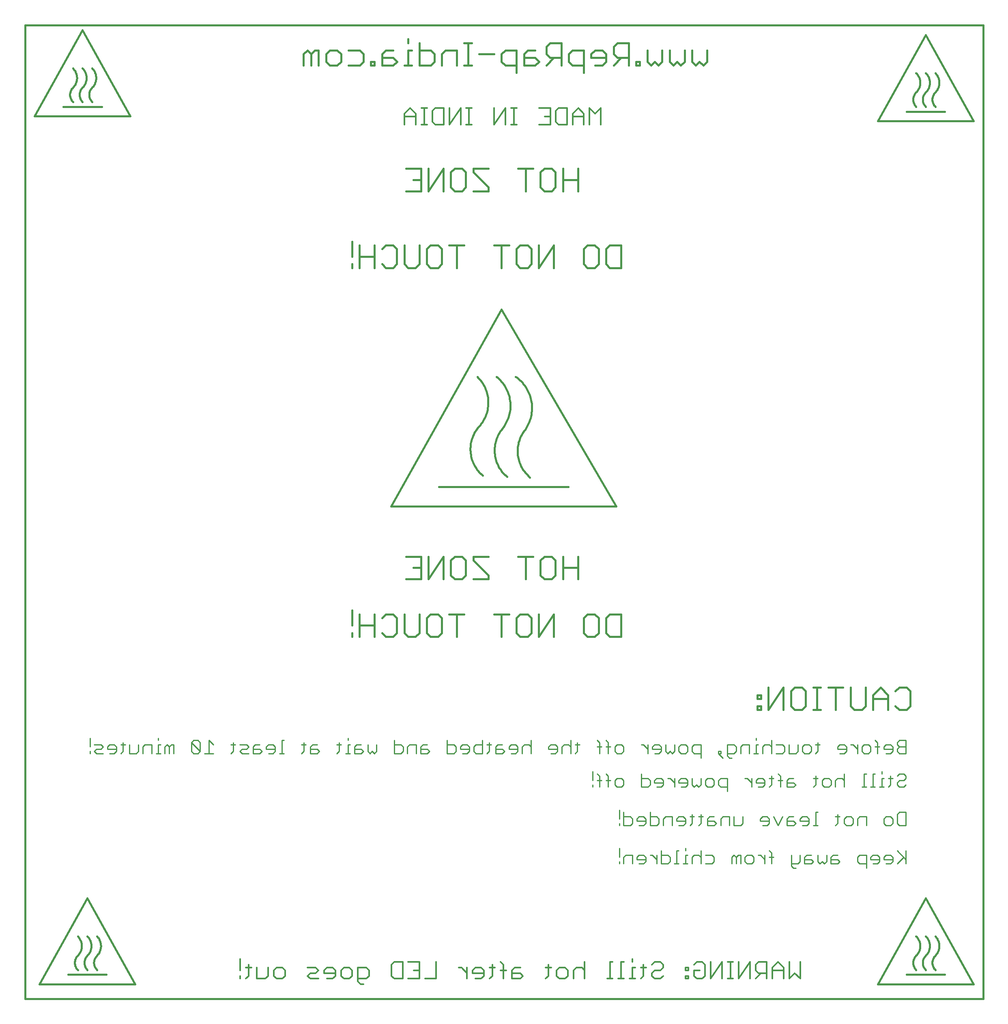
<source format=gbo>
G75*
G70*
%OFA0B0*%
%FSLAX24Y24*%
%IPPOS*%
%LPD*%
%AMOC8*
5,1,8,0,0,1.08239X$1,22.5*
%
%ADD10C,0.0160*%
%ADD11C,0.0120*%
%ADD12C,0.0090*%
D10*
X003618Y002942D02*
X003618Y082863D01*
X082358Y082863D01*
X082358Y002942D01*
X003618Y002942D01*
X004799Y004123D02*
X008736Y011209D01*
X012673Y004123D01*
X004799Y004123D01*
X007161Y004910D02*
X010311Y004910D01*
X009524Y005304D02*
X009485Y005345D01*
X009449Y005389D01*
X009416Y005436D01*
X009386Y005485D01*
X009360Y005535D01*
X009337Y005588D01*
X009318Y005641D01*
X009303Y005696D01*
X009291Y005752D01*
X009283Y005809D01*
X009279Y005865D01*
X009279Y005923D01*
X009283Y005979D01*
X009291Y006036D01*
X009303Y006092D01*
X009318Y006147D01*
X009337Y006200D01*
X009360Y006253D01*
X009386Y006303D01*
X009416Y006352D01*
X009449Y006399D01*
X009485Y006443D01*
X009524Y006484D01*
X008737Y006484D02*
X008698Y006443D01*
X008662Y006399D01*
X008629Y006352D01*
X008599Y006303D01*
X008573Y006253D01*
X008550Y006200D01*
X008531Y006147D01*
X008516Y006092D01*
X008504Y006036D01*
X008496Y005979D01*
X008492Y005923D01*
X008492Y005865D01*
X008496Y005809D01*
X008504Y005752D01*
X008516Y005696D01*
X008531Y005641D01*
X008550Y005588D01*
X008573Y005535D01*
X008599Y005485D01*
X008629Y005436D01*
X008662Y005389D01*
X008698Y005345D01*
X008737Y005304D01*
X007949Y005304D02*
X007910Y005345D01*
X007874Y005389D01*
X007841Y005436D01*
X007811Y005485D01*
X007785Y005535D01*
X007762Y005588D01*
X007743Y005641D01*
X007728Y005696D01*
X007716Y005752D01*
X007708Y005809D01*
X007704Y005865D01*
X007704Y005923D01*
X007708Y005979D01*
X007716Y006036D01*
X007728Y006092D01*
X007743Y006147D01*
X007762Y006200D01*
X007785Y006253D01*
X007811Y006303D01*
X007841Y006352D01*
X007874Y006399D01*
X007910Y006443D01*
X007949Y006484D01*
X008737Y006484D02*
X008781Y006531D01*
X008823Y006581D01*
X008862Y006633D01*
X008897Y006687D01*
X008930Y006743D01*
X008959Y006801D01*
X008984Y006861D01*
X009006Y006922D01*
X009025Y006984D01*
X009040Y007047D01*
X009051Y007111D01*
X009059Y007175D01*
X009063Y007240D01*
X009063Y007304D01*
X009059Y007369D01*
X009051Y007433D01*
X009040Y007497D01*
X009025Y007560D01*
X009006Y007622D01*
X008984Y007683D01*
X008959Y007743D01*
X008930Y007801D01*
X008897Y007857D01*
X008862Y007911D01*
X008823Y007963D01*
X008781Y008013D01*
X008737Y008060D01*
X009524Y008060D02*
X009568Y008013D01*
X009610Y007963D01*
X009649Y007911D01*
X009684Y007857D01*
X009717Y007801D01*
X009746Y007743D01*
X009771Y007683D01*
X009793Y007622D01*
X009812Y007560D01*
X009827Y007497D01*
X009838Y007433D01*
X009846Y007369D01*
X009850Y007304D01*
X009850Y007240D01*
X009846Y007175D01*
X009838Y007111D01*
X009827Y007047D01*
X009812Y006984D01*
X009793Y006922D01*
X009771Y006861D01*
X009746Y006801D01*
X009717Y006743D01*
X009684Y006687D01*
X009649Y006633D01*
X009610Y006581D01*
X009568Y006531D01*
X009524Y006484D01*
X007949Y006484D02*
X007993Y006531D01*
X008035Y006581D01*
X008074Y006633D01*
X008109Y006687D01*
X008142Y006743D01*
X008171Y006801D01*
X008196Y006861D01*
X008218Y006922D01*
X008237Y006984D01*
X008252Y007047D01*
X008263Y007111D01*
X008271Y007175D01*
X008275Y007240D01*
X008275Y007304D01*
X008271Y007369D01*
X008263Y007433D01*
X008252Y007497D01*
X008237Y007560D01*
X008218Y007622D01*
X008196Y007683D01*
X008171Y007743D01*
X008142Y007801D01*
X008109Y007857D01*
X008074Y007911D01*
X008035Y007963D01*
X007993Y008013D01*
X007949Y008060D01*
X030494Y032667D02*
X030494Y032974D01*
X030494Y033588D02*
X030494Y034816D01*
X031108Y034509D02*
X031108Y032667D01*
X031108Y033588D02*
X032336Y033588D01*
X032950Y032974D02*
X033257Y032667D01*
X033871Y032667D01*
X034178Y032974D01*
X034178Y034202D01*
X033871Y034509D01*
X033257Y034509D01*
X032950Y034202D01*
X032336Y034509D02*
X032336Y032667D01*
X034791Y032974D02*
X034791Y034509D01*
X036019Y034509D02*
X036019Y032974D01*
X035712Y032667D01*
X035098Y032667D01*
X034791Y032974D01*
X036633Y032974D02*
X036633Y034202D01*
X036940Y034509D01*
X037554Y034509D01*
X037861Y034202D01*
X037861Y032974D01*
X037554Y032667D01*
X036940Y032667D01*
X036633Y032974D01*
X038475Y034509D02*
X039702Y034509D01*
X039088Y034509D02*
X039088Y032667D01*
X042158Y034509D02*
X043385Y034509D01*
X042772Y034509D02*
X042772Y032667D01*
X043999Y032974D02*
X043999Y034202D01*
X044306Y034509D01*
X044920Y034509D01*
X045227Y034202D01*
X045227Y032974D01*
X044920Y032667D01*
X044306Y032667D01*
X043999Y032974D01*
X045841Y032667D02*
X045841Y034509D01*
X047069Y034509D02*
X045841Y032667D01*
X047069Y032667D02*
X047069Y034509D01*
X049524Y034202D02*
X049524Y032974D01*
X049831Y032667D01*
X050445Y032667D01*
X050752Y032974D01*
X050752Y034202D01*
X050445Y034509D01*
X049831Y034509D01*
X049524Y034202D01*
X051366Y034202D02*
X051366Y032974D01*
X051673Y032667D01*
X052593Y032667D01*
X052593Y034509D01*
X051673Y034509D01*
X051366Y034202D01*
X049050Y037392D02*
X049050Y039233D01*
X049050Y038313D02*
X047822Y038313D01*
X047208Y038926D02*
X046901Y039233D01*
X046288Y039233D01*
X045981Y038926D01*
X045981Y037699D01*
X046288Y037392D01*
X046901Y037392D01*
X047208Y037699D01*
X047208Y038926D01*
X047822Y039233D02*
X047822Y037392D01*
X045367Y039233D02*
X044139Y039233D01*
X044753Y039233D02*
X044753Y037392D01*
X041684Y037392D02*
X040456Y037392D01*
X039842Y037699D02*
X039535Y037392D01*
X038921Y037392D01*
X038614Y037699D01*
X038614Y038926D01*
X038921Y039233D01*
X039535Y039233D01*
X039842Y038926D01*
X039842Y037699D01*
X040456Y038926D02*
X041684Y037699D01*
X041684Y037392D01*
X041684Y039233D02*
X040456Y039233D01*
X040456Y038926D01*
X038001Y039233D02*
X038001Y037392D01*
X036773Y037392D02*
X036773Y039233D01*
X036159Y039233D02*
X036159Y037392D01*
X034931Y037392D01*
X035545Y038313D02*
X036159Y038313D01*
X036159Y039233D02*
X034931Y039233D01*
X036773Y037392D02*
X038001Y039233D01*
X033697Y043375D02*
X042752Y059517D01*
X052201Y043375D01*
X033697Y043375D01*
X037634Y044950D02*
X048264Y044950D01*
X045114Y045736D02*
X045013Y045823D01*
X044916Y045915D01*
X044824Y046011D01*
X044736Y046111D01*
X044654Y046215D01*
X044576Y046323D01*
X044503Y046435D01*
X044436Y046550D01*
X044375Y046668D01*
X044319Y046789D01*
X044269Y046912D01*
X044225Y047038D01*
X044187Y047166D01*
X044155Y047295D01*
X044129Y047426D01*
X044109Y047557D01*
X044096Y047690D01*
X044089Y047823D01*
X044089Y047956D01*
X044094Y048089D01*
X044106Y048222D01*
X044125Y048354D01*
X044149Y048485D01*
X044180Y048614D01*
X044217Y048742D01*
X044260Y048868D01*
X044309Y048992D01*
X044364Y049113D01*
X044424Y049232D01*
X044490Y049348D01*
X044562Y049460D01*
X044639Y049569D01*
X044720Y049674D01*
X042830Y049733D02*
X042749Y049628D01*
X042672Y049519D01*
X042600Y049407D01*
X042534Y049291D01*
X042474Y049172D01*
X042419Y049051D01*
X042370Y048927D01*
X042327Y048801D01*
X042290Y048673D01*
X042259Y048544D01*
X042235Y048413D01*
X042216Y048281D01*
X042204Y048148D01*
X042199Y048015D01*
X042199Y047882D01*
X042206Y047749D01*
X042219Y047616D01*
X042239Y047485D01*
X042265Y047354D01*
X042297Y047225D01*
X042335Y047097D01*
X042379Y046971D01*
X042429Y046848D01*
X042485Y046727D01*
X042546Y046609D01*
X042613Y046494D01*
X042686Y046382D01*
X042764Y046274D01*
X042846Y046170D01*
X042934Y046070D01*
X043026Y045974D01*
X043123Y045882D01*
X043224Y045795D01*
X041236Y045894D02*
X041135Y045981D01*
X041038Y046073D01*
X040946Y046169D01*
X040858Y046269D01*
X040776Y046373D01*
X040698Y046481D01*
X040625Y046593D01*
X040558Y046708D01*
X040497Y046826D01*
X040441Y046947D01*
X040391Y047070D01*
X040347Y047196D01*
X040309Y047324D01*
X040277Y047453D01*
X040251Y047584D01*
X040231Y047715D01*
X040218Y047848D01*
X040211Y047981D01*
X040211Y048114D01*
X040216Y048247D01*
X040228Y048380D01*
X040247Y048512D01*
X040271Y048643D01*
X040302Y048772D01*
X040339Y048900D01*
X040382Y049026D01*
X040431Y049150D01*
X040486Y049271D01*
X040546Y049390D01*
X040612Y049506D01*
X040684Y049618D01*
X040761Y049727D01*
X040842Y049832D01*
X042831Y049733D02*
X042919Y049848D01*
X043001Y049967D01*
X043077Y050090D01*
X043148Y050217D01*
X043212Y050346D01*
X043270Y050479D01*
X043322Y050614D01*
X043367Y050751D01*
X043406Y050890D01*
X043438Y051031D01*
X043463Y051174D01*
X043482Y051317D01*
X043493Y051462D01*
X043498Y051606D01*
X043496Y051751D01*
X043487Y051895D01*
X043471Y052039D01*
X043448Y052182D01*
X043419Y052323D01*
X043382Y052463D01*
X043340Y052602D01*
X043290Y052737D01*
X043234Y052871D01*
X043172Y053002D01*
X043104Y053129D01*
X043030Y053253D01*
X042950Y053374D01*
X042864Y053490D01*
X042773Y053603D01*
X042677Y053711D01*
X042576Y053814D01*
X042469Y053912D01*
X042359Y054005D01*
X043932Y054005D02*
X044052Y053917D01*
X044168Y053825D01*
X044278Y053727D01*
X044385Y053623D01*
X044486Y053515D01*
X044581Y053402D01*
X044672Y053285D01*
X044756Y053163D01*
X044835Y053038D01*
X044908Y052909D01*
X044974Y052776D01*
X045034Y052641D01*
X045088Y052503D01*
X045135Y052362D01*
X045175Y052220D01*
X045209Y052075D01*
X045235Y051930D01*
X045255Y051783D01*
X045267Y051635D01*
X045273Y051487D01*
X045271Y051339D01*
X045263Y051191D01*
X045247Y051044D01*
X045224Y050898D01*
X045195Y050752D01*
X045158Y050609D01*
X045115Y050467D01*
X045065Y050328D01*
X045009Y050191D01*
X044946Y050057D01*
X044876Y049926D01*
X044801Y049798D01*
X044720Y049675D01*
X040842Y049832D02*
X040937Y049935D01*
X041028Y050043D01*
X041113Y050154D01*
X041193Y050270D01*
X041267Y050389D01*
X041336Y050512D01*
X041398Y050637D01*
X041455Y050766D01*
X041505Y050897D01*
X041549Y051030D01*
X041587Y051166D01*
X041618Y051303D01*
X041643Y051441D01*
X041661Y051580D01*
X041672Y051720D01*
X041677Y051861D01*
X041675Y052001D01*
X041666Y052141D01*
X041651Y052281D01*
X041629Y052419D01*
X041600Y052557D01*
X041565Y052693D01*
X041524Y052827D01*
X041476Y052959D01*
X041422Y053089D01*
X041362Y053216D01*
X041296Y053340D01*
X041224Y053460D01*
X041146Y053577D01*
X041063Y053691D01*
X040975Y053800D01*
X040881Y053905D01*
X040783Y054005D01*
X039088Y062943D02*
X039088Y064785D01*
X038475Y064785D02*
X039702Y064785D01*
X037861Y064478D02*
X037861Y063250D01*
X037554Y062943D01*
X036940Y062943D01*
X036633Y063250D01*
X036633Y064478D01*
X036940Y064785D01*
X037554Y064785D01*
X037861Y064478D01*
X036019Y064785D02*
X036019Y063250D01*
X035712Y062943D01*
X035098Y062943D01*
X034791Y063250D01*
X034791Y064785D01*
X034178Y064478D02*
X034178Y063250D01*
X033871Y062943D01*
X033257Y062943D01*
X032950Y063250D01*
X032336Y062943D02*
X032336Y064785D01*
X032950Y064478D02*
X033257Y064785D01*
X033871Y064785D01*
X034178Y064478D01*
X032336Y063864D02*
X031108Y063864D01*
X030494Y063864D02*
X030494Y065091D01*
X031108Y064785D02*
X031108Y062943D01*
X030494Y062943D02*
X030494Y063250D01*
X034931Y069242D02*
X036159Y069242D01*
X036159Y071084D01*
X034931Y071084D01*
X035545Y070163D02*
X036159Y070163D01*
X036773Y069242D02*
X036773Y071084D01*
X038001Y071084D02*
X036773Y069242D01*
X038001Y069242D02*
X038001Y071084D01*
X038614Y070777D02*
X038614Y069549D01*
X038921Y069242D01*
X039535Y069242D01*
X039842Y069549D01*
X039842Y070777D01*
X039535Y071084D01*
X038921Y071084D01*
X038614Y070777D01*
X040456Y070777D02*
X041684Y069549D01*
X041684Y069242D01*
X040456Y069242D01*
X040456Y070777D02*
X040456Y071084D01*
X041684Y071084D01*
X044139Y071084D02*
X045367Y071084D01*
X044753Y071084D02*
X044753Y069242D01*
X045981Y069549D02*
X045981Y070777D01*
X046288Y071084D01*
X046901Y071084D01*
X047208Y070777D01*
X047208Y069549D01*
X046901Y069242D01*
X046288Y069242D01*
X045981Y069549D01*
X047822Y069242D02*
X047822Y071084D01*
X047822Y070163D02*
X049050Y070163D01*
X049050Y069242D02*
X049050Y071084D01*
X049831Y064785D02*
X049524Y064478D01*
X049524Y063250D01*
X049831Y062943D01*
X050445Y062943D01*
X050752Y063250D01*
X050752Y064478D01*
X050445Y064785D01*
X049831Y064785D01*
X051366Y064478D02*
X051673Y064785D01*
X052593Y064785D01*
X052593Y062943D01*
X051673Y062943D01*
X051366Y063250D01*
X051366Y064478D01*
X047069Y064785D02*
X047069Y062943D01*
X045841Y062943D02*
X045841Y064785D01*
X045227Y064478D02*
X045227Y063250D01*
X044920Y062943D01*
X044306Y062943D01*
X043999Y063250D01*
X043999Y064478D01*
X044306Y064785D01*
X044920Y064785D01*
X045227Y064478D01*
X045841Y062943D02*
X047069Y064785D01*
X043385Y064785D02*
X042158Y064785D01*
X042772Y064785D02*
X042772Y062943D01*
X044008Y078949D02*
X044008Y080791D01*
X043088Y080791D01*
X042781Y080484D01*
X042781Y079870D01*
X043088Y079563D01*
X044008Y079563D01*
X044622Y079563D02*
X044622Y080484D01*
X044929Y080791D01*
X045543Y080791D01*
X045543Y080177D02*
X044622Y080177D01*
X044622Y079563D02*
X045543Y079563D01*
X045850Y079870D01*
X045543Y080177D01*
X046464Y080484D02*
X046464Y081098D01*
X046771Y081404D01*
X047692Y081404D01*
X047692Y079563D01*
X047692Y080177D02*
X046771Y080177D01*
X046464Y080484D01*
X047078Y080177D02*
X046464Y079563D01*
X048305Y079870D02*
X048612Y079563D01*
X049533Y079563D01*
X049533Y078949D02*
X049533Y080791D01*
X048612Y080791D01*
X048305Y080484D01*
X048305Y079870D01*
X050147Y080177D02*
X051375Y080177D01*
X051375Y080484D02*
X051068Y080791D01*
X050454Y080791D01*
X050147Y080484D01*
X050147Y080177D01*
X050454Y079563D02*
X051068Y079563D01*
X051375Y079870D01*
X051375Y080484D01*
X051989Y080484D02*
X051989Y081098D01*
X052295Y081404D01*
X053216Y081404D01*
X053216Y079563D01*
X053216Y080177D02*
X052295Y080177D01*
X051989Y080484D01*
X052602Y080177D02*
X051989Y079563D01*
X053830Y079563D02*
X054137Y079563D01*
X054137Y079870D01*
X053830Y079870D01*
X053830Y079563D01*
X054751Y079870D02*
X054751Y080791D01*
X054751Y079870D02*
X055058Y079563D01*
X055365Y079870D01*
X055672Y079563D01*
X055979Y079870D01*
X055979Y080791D01*
X056592Y080791D02*
X056592Y079870D01*
X056899Y079563D01*
X057206Y079870D01*
X057513Y079563D01*
X057820Y079870D01*
X057820Y080791D01*
X058434Y080791D02*
X058434Y079870D01*
X058741Y079563D01*
X059048Y079870D01*
X059355Y079563D01*
X059662Y079870D01*
X059662Y080791D01*
X073697Y074989D02*
X077634Y082076D01*
X081571Y074989D01*
X073697Y074989D01*
X076059Y075776D02*
X079209Y075776D01*
X078422Y076171D02*
X078383Y076212D01*
X078347Y076256D01*
X078314Y076303D01*
X078284Y076352D01*
X078258Y076402D01*
X078235Y076455D01*
X078216Y076508D01*
X078201Y076563D01*
X078189Y076619D01*
X078181Y076676D01*
X078177Y076732D01*
X078177Y076790D01*
X078181Y076846D01*
X078189Y076903D01*
X078201Y076959D01*
X078216Y077014D01*
X078235Y077067D01*
X078258Y077120D01*
X078284Y077170D01*
X078314Y077219D01*
X078347Y077266D01*
X078383Y077310D01*
X078422Y077351D01*
X077634Y077351D02*
X077595Y077310D01*
X077559Y077266D01*
X077526Y077219D01*
X077496Y077170D01*
X077470Y077120D01*
X077447Y077067D01*
X077428Y077014D01*
X077413Y076959D01*
X077401Y076903D01*
X077393Y076846D01*
X077389Y076790D01*
X077389Y076732D01*
X077393Y076676D01*
X077401Y076619D01*
X077413Y076563D01*
X077428Y076508D01*
X077447Y076455D01*
X077470Y076402D01*
X077496Y076352D01*
X077526Y076303D01*
X077559Y076256D01*
X077595Y076212D01*
X077634Y076171D01*
X076847Y076171D02*
X076808Y076212D01*
X076772Y076256D01*
X076739Y076303D01*
X076709Y076352D01*
X076683Y076402D01*
X076660Y076455D01*
X076641Y076508D01*
X076626Y076563D01*
X076614Y076619D01*
X076606Y076676D01*
X076602Y076732D01*
X076602Y076790D01*
X076606Y076846D01*
X076614Y076903D01*
X076626Y076959D01*
X076641Y077014D01*
X076660Y077067D01*
X076683Y077120D01*
X076709Y077170D01*
X076739Y077219D01*
X076772Y077266D01*
X076808Y077310D01*
X076847Y077351D01*
X077635Y077351D02*
X077679Y077398D01*
X077721Y077448D01*
X077760Y077500D01*
X077795Y077554D01*
X077828Y077610D01*
X077857Y077668D01*
X077882Y077728D01*
X077904Y077789D01*
X077923Y077851D01*
X077938Y077914D01*
X077949Y077978D01*
X077957Y078042D01*
X077961Y078107D01*
X077961Y078171D01*
X077957Y078236D01*
X077949Y078300D01*
X077938Y078364D01*
X077923Y078427D01*
X077904Y078489D01*
X077882Y078550D01*
X077857Y078610D01*
X077828Y078668D01*
X077795Y078724D01*
X077760Y078778D01*
X077721Y078830D01*
X077679Y078880D01*
X077635Y078927D01*
X078422Y078927D02*
X078466Y078880D01*
X078508Y078830D01*
X078547Y078778D01*
X078582Y078724D01*
X078615Y078668D01*
X078644Y078610D01*
X078669Y078550D01*
X078691Y078489D01*
X078710Y078427D01*
X078725Y078364D01*
X078736Y078300D01*
X078744Y078236D01*
X078748Y078171D01*
X078748Y078107D01*
X078744Y078042D01*
X078736Y077978D01*
X078725Y077914D01*
X078710Y077851D01*
X078691Y077789D01*
X078669Y077728D01*
X078644Y077668D01*
X078615Y077610D01*
X078582Y077554D01*
X078547Y077500D01*
X078508Y077448D01*
X078466Y077398D01*
X078422Y077351D01*
X076847Y077351D02*
X076891Y077398D01*
X076933Y077448D01*
X076972Y077500D01*
X077007Y077554D01*
X077040Y077610D01*
X077069Y077668D01*
X077094Y077728D01*
X077116Y077789D01*
X077135Y077851D01*
X077150Y077914D01*
X077161Y077978D01*
X077169Y078042D01*
X077173Y078107D01*
X077173Y078171D01*
X077169Y078236D01*
X077161Y078300D01*
X077150Y078364D01*
X077135Y078427D01*
X077116Y078489D01*
X077094Y078550D01*
X077069Y078610D01*
X077040Y078668D01*
X077007Y078724D01*
X076972Y078778D01*
X076933Y078830D01*
X076891Y078880D01*
X076847Y078927D01*
X042167Y080484D02*
X040939Y080484D01*
X040325Y081404D02*
X039711Y081404D01*
X040018Y081404D02*
X040018Y079563D01*
X040325Y079563D02*
X039711Y079563D01*
X039098Y079563D02*
X039098Y080791D01*
X038177Y080791D01*
X037870Y080484D01*
X037870Y079563D01*
X037256Y079870D02*
X037256Y080484D01*
X036949Y080791D01*
X036028Y080791D01*
X036028Y081404D02*
X036028Y079563D01*
X036949Y079563D01*
X037256Y079870D01*
X035414Y079563D02*
X034801Y079563D01*
X035107Y079563D02*
X035107Y080791D01*
X035414Y080791D01*
X035107Y081404D02*
X035107Y081711D01*
X033880Y080791D02*
X033266Y080791D01*
X032959Y080484D01*
X032959Y079563D01*
X033880Y079563D01*
X034187Y079870D01*
X033880Y080177D01*
X032959Y080177D01*
X032345Y079870D02*
X032345Y079563D01*
X032038Y079563D01*
X032038Y079870D01*
X032345Y079870D01*
X031424Y079870D02*
X031117Y079563D01*
X030197Y079563D01*
X029583Y079870D02*
X029276Y079563D01*
X028662Y079563D01*
X028355Y079870D01*
X028355Y080484D01*
X028662Y080791D01*
X029276Y080791D01*
X029583Y080484D01*
X029583Y079870D01*
X030197Y080791D02*
X031117Y080791D01*
X031424Y080484D01*
X031424Y079870D01*
X027741Y079563D02*
X027741Y080791D01*
X027434Y080791D01*
X027127Y080484D01*
X026820Y080791D01*
X026513Y080484D01*
X026513Y079563D01*
X027127Y079563D02*
X027127Y080484D01*
X012280Y075383D02*
X008343Y082469D01*
X004406Y075383D01*
X012280Y075383D01*
X009917Y076170D02*
X006768Y076170D01*
X007556Y076564D02*
X007517Y076605D01*
X007481Y076649D01*
X007448Y076696D01*
X007418Y076745D01*
X007392Y076795D01*
X007369Y076848D01*
X007350Y076901D01*
X007335Y076956D01*
X007323Y077012D01*
X007315Y077069D01*
X007311Y077125D01*
X007311Y077183D01*
X007315Y077239D01*
X007323Y077296D01*
X007335Y077352D01*
X007350Y077407D01*
X007369Y077460D01*
X007392Y077513D01*
X007418Y077563D01*
X007448Y077612D01*
X007481Y077659D01*
X007517Y077703D01*
X007556Y077744D01*
X008343Y077744D02*
X008387Y077791D01*
X008429Y077841D01*
X008468Y077893D01*
X008503Y077947D01*
X008536Y078003D01*
X008565Y078061D01*
X008590Y078121D01*
X008612Y078182D01*
X008631Y078244D01*
X008646Y078307D01*
X008657Y078371D01*
X008665Y078435D01*
X008669Y078500D01*
X008669Y078564D01*
X008665Y078629D01*
X008657Y078693D01*
X008646Y078757D01*
X008631Y078820D01*
X008612Y078882D01*
X008590Y078943D01*
X008565Y079003D01*
X008536Y079061D01*
X008503Y079117D01*
X008468Y079171D01*
X008429Y079223D01*
X008387Y079273D01*
X008343Y079320D01*
X009131Y079320D02*
X009175Y079273D01*
X009217Y079223D01*
X009256Y079171D01*
X009291Y079117D01*
X009324Y079061D01*
X009353Y079003D01*
X009378Y078943D01*
X009400Y078882D01*
X009419Y078820D01*
X009434Y078757D01*
X009445Y078693D01*
X009453Y078629D01*
X009457Y078564D01*
X009457Y078500D01*
X009453Y078435D01*
X009445Y078371D01*
X009434Y078307D01*
X009419Y078244D01*
X009400Y078182D01*
X009378Y078121D01*
X009353Y078061D01*
X009324Y078003D01*
X009291Y077947D01*
X009256Y077893D01*
X009217Y077841D01*
X009175Y077791D01*
X009131Y077744D01*
X008343Y077744D02*
X008304Y077703D01*
X008268Y077659D01*
X008235Y077612D01*
X008205Y077563D01*
X008179Y077513D01*
X008156Y077460D01*
X008137Y077407D01*
X008122Y077352D01*
X008110Y077296D01*
X008102Y077239D01*
X008098Y077183D01*
X008098Y077125D01*
X008102Y077069D01*
X008110Y077012D01*
X008122Y076956D01*
X008137Y076901D01*
X008156Y076848D01*
X008179Y076795D01*
X008205Y076745D01*
X008235Y076696D01*
X008268Y076649D01*
X008304Y076605D01*
X008343Y076564D01*
X009131Y076564D02*
X009092Y076605D01*
X009056Y076649D01*
X009023Y076696D01*
X008993Y076745D01*
X008967Y076795D01*
X008944Y076848D01*
X008925Y076901D01*
X008910Y076956D01*
X008898Y077012D01*
X008890Y077069D01*
X008886Y077125D01*
X008886Y077183D01*
X008890Y077239D01*
X008898Y077296D01*
X008910Y077352D01*
X008925Y077407D01*
X008944Y077460D01*
X008967Y077513D01*
X008993Y077563D01*
X009023Y077612D01*
X009056Y077659D01*
X009092Y077703D01*
X009131Y077744D01*
X007556Y077744D02*
X007600Y077791D01*
X007642Y077841D01*
X007681Y077893D01*
X007716Y077947D01*
X007749Y078003D01*
X007778Y078061D01*
X007803Y078121D01*
X007825Y078182D01*
X007844Y078244D01*
X007859Y078307D01*
X007870Y078371D01*
X007878Y078435D01*
X007882Y078500D01*
X007882Y078564D01*
X007878Y078629D01*
X007870Y078693D01*
X007859Y078757D01*
X007844Y078820D01*
X007825Y078882D01*
X007803Y078943D01*
X007778Y079003D01*
X007749Y079061D01*
X007716Y079117D01*
X007681Y079171D01*
X007642Y079223D01*
X007600Y079273D01*
X007556Y079320D01*
X063789Y027871D02*
X063789Y027565D01*
X064096Y027565D01*
X064096Y027871D01*
X063789Y027871D01*
X063789Y026951D02*
X063789Y026644D01*
X064096Y026644D01*
X064096Y026951D01*
X063789Y026951D01*
X064710Y026644D02*
X064710Y028485D01*
X065937Y028485D02*
X064710Y026644D01*
X065937Y026644D02*
X065937Y028485D01*
X066551Y028178D02*
X066858Y028485D01*
X067472Y028485D01*
X067779Y028178D01*
X067779Y026951D01*
X067472Y026644D01*
X066858Y026644D01*
X066551Y026951D01*
X066551Y028178D01*
X068393Y028485D02*
X069007Y028485D01*
X068700Y028485D02*
X068700Y026644D01*
X069007Y026644D02*
X068393Y026644D01*
X070234Y026644D02*
X070234Y028485D01*
X070848Y028485D02*
X069620Y028485D01*
X071462Y028485D02*
X071462Y026951D01*
X071769Y026644D01*
X072383Y026644D01*
X072690Y026951D01*
X072690Y028485D01*
X073304Y027871D02*
X073304Y026644D01*
X073304Y027565D02*
X074531Y027565D01*
X074531Y027871D02*
X073917Y028485D01*
X073304Y027871D01*
X074531Y027871D02*
X074531Y026644D01*
X075145Y026951D02*
X075452Y026644D01*
X076066Y026644D01*
X076373Y026951D01*
X076373Y028178D01*
X076066Y028485D01*
X075452Y028485D01*
X075145Y028178D01*
X077634Y011209D02*
X073697Y004123D01*
X081571Y004123D01*
X077634Y011209D01*
X078422Y008060D02*
X078466Y008013D01*
X078508Y007963D01*
X078547Y007911D01*
X078582Y007857D01*
X078615Y007801D01*
X078644Y007743D01*
X078669Y007683D01*
X078691Y007622D01*
X078710Y007560D01*
X078725Y007497D01*
X078736Y007433D01*
X078744Y007369D01*
X078748Y007304D01*
X078748Y007240D01*
X078744Y007175D01*
X078736Y007111D01*
X078725Y007047D01*
X078710Y006984D01*
X078691Y006922D01*
X078669Y006861D01*
X078644Y006801D01*
X078615Y006743D01*
X078582Y006687D01*
X078547Y006633D01*
X078508Y006581D01*
X078466Y006531D01*
X078422Y006484D01*
X077634Y006484D02*
X077595Y006443D01*
X077559Y006399D01*
X077526Y006352D01*
X077496Y006303D01*
X077470Y006253D01*
X077447Y006200D01*
X077428Y006147D01*
X077413Y006092D01*
X077401Y006036D01*
X077393Y005979D01*
X077389Y005923D01*
X077389Y005865D01*
X077393Y005809D01*
X077401Y005752D01*
X077413Y005696D01*
X077428Y005641D01*
X077447Y005588D01*
X077470Y005535D01*
X077496Y005485D01*
X077526Y005436D01*
X077559Y005389D01*
X077595Y005345D01*
X077634Y005304D01*
X076847Y005304D02*
X076808Y005345D01*
X076772Y005389D01*
X076739Y005436D01*
X076709Y005485D01*
X076683Y005535D01*
X076660Y005588D01*
X076641Y005641D01*
X076626Y005696D01*
X076614Y005752D01*
X076606Y005809D01*
X076602Y005865D01*
X076602Y005923D01*
X076606Y005979D01*
X076614Y006036D01*
X076626Y006092D01*
X076641Y006147D01*
X076660Y006200D01*
X076683Y006253D01*
X076709Y006303D01*
X076739Y006352D01*
X076772Y006399D01*
X076808Y006443D01*
X076847Y006484D01*
X077635Y006484D02*
X077679Y006531D01*
X077721Y006581D01*
X077760Y006633D01*
X077795Y006687D01*
X077828Y006743D01*
X077857Y006801D01*
X077882Y006861D01*
X077904Y006922D01*
X077923Y006984D01*
X077938Y007047D01*
X077949Y007111D01*
X077957Y007175D01*
X077961Y007240D01*
X077961Y007304D01*
X077957Y007369D01*
X077949Y007433D01*
X077938Y007497D01*
X077923Y007560D01*
X077904Y007622D01*
X077882Y007683D01*
X077857Y007743D01*
X077828Y007801D01*
X077795Y007857D01*
X077760Y007911D01*
X077721Y007963D01*
X077679Y008013D01*
X077635Y008060D01*
X076847Y008060D02*
X076891Y008013D01*
X076933Y007963D01*
X076972Y007911D01*
X077007Y007857D01*
X077040Y007801D01*
X077069Y007743D01*
X077094Y007683D01*
X077116Y007622D01*
X077135Y007560D01*
X077150Y007497D01*
X077161Y007433D01*
X077169Y007369D01*
X077173Y007304D01*
X077173Y007240D01*
X077169Y007175D01*
X077161Y007111D01*
X077150Y007047D01*
X077135Y006984D01*
X077116Y006922D01*
X077094Y006861D01*
X077069Y006801D01*
X077040Y006743D01*
X077007Y006687D01*
X076972Y006633D01*
X076933Y006581D01*
X076891Y006531D01*
X076847Y006484D01*
X076059Y004910D02*
X079209Y004910D01*
X078422Y005304D02*
X078383Y005345D01*
X078347Y005389D01*
X078314Y005436D01*
X078284Y005485D01*
X078258Y005535D01*
X078235Y005588D01*
X078216Y005641D01*
X078201Y005696D01*
X078189Y005752D01*
X078181Y005809D01*
X078177Y005865D01*
X078177Y005923D01*
X078181Y005979D01*
X078189Y006036D01*
X078201Y006092D01*
X078216Y006147D01*
X078235Y006200D01*
X078258Y006253D01*
X078284Y006303D01*
X078314Y006352D01*
X078347Y006399D01*
X078383Y006443D01*
X078422Y006484D01*
D11*
X067338Y005958D02*
X067338Y004577D01*
X066877Y005037D01*
X066417Y004577D01*
X066417Y005958D01*
X065957Y005497D02*
X065957Y004577D01*
X065957Y005267D02*
X065036Y005267D01*
X065036Y005497D02*
X065036Y004577D01*
X064575Y004577D02*
X064575Y005958D01*
X063885Y005958D01*
X063655Y005728D01*
X063655Y005267D01*
X063885Y005037D01*
X064575Y005037D01*
X064115Y005037D02*
X063655Y004577D01*
X063194Y004577D02*
X063194Y005958D01*
X062273Y004577D01*
X062273Y005958D01*
X061813Y005958D02*
X061353Y005958D01*
X061583Y005958D02*
X061583Y004577D01*
X061813Y004577D02*
X061353Y004577D01*
X060892Y004577D02*
X060892Y005958D01*
X059971Y004577D01*
X059971Y005958D01*
X059511Y005728D02*
X059511Y004807D01*
X059281Y004577D01*
X058820Y004577D01*
X058590Y004807D01*
X058590Y005267D01*
X059051Y005267D01*
X059511Y005728D02*
X059281Y005958D01*
X058820Y005958D01*
X058590Y005728D01*
X058130Y005497D02*
X058130Y005267D01*
X057900Y005267D01*
X057900Y005497D01*
X058130Y005497D01*
X058130Y004807D02*
X058130Y004577D01*
X057900Y004577D01*
X057900Y004807D01*
X058130Y004807D01*
X056058Y004807D02*
X055828Y004577D01*
X055367Y004577D01*
X055137Y004807D01*
X055137Y005037D01*
X055367Y005267D01*
X055828Y005267D01*
X056058Y005497D01*
X056058Y005728D01*
X055828Y005958D01*
X055367Y005958D01*
X055137Y005728D01*
X054677Y005497D02*
X054217Y005497D01*
X054447Y005728D02*
X054447Y004807D01*
X054217Y004577D01*
X053756Y004577D02*
X053296Y004577D01*
X053526Y004577D02*
X053526Y005497D01*
X053756Y005497D01*
X053526Y005958D02*
X053526Y006188D01*
X052835Y005958D02*
X052605Y005958D01*
X052605Y004577D01*
X052835Y004577D02*
X052375Y004577D01*
X051915Y004577D02*
X051454Y004577D01*
X051684Y004577D02*
X051684Y005958D01*
X051915Y005958D01*
X049613Y005958D02*
X049613Y004577D01*
X049613Y005267D02*
X049382Y005497D01*
X048922Y005497D01*
X048692Y005267D01*
X048692Y004577D01*
X048231Y004807D02*
X048001Y004577D01*
X047541Y004577D01*
X047311Y004807D01*
X047311Y005267D01*
X047541Y005497D01*
X048001Y005497D01*
X048231Y005267D01*
X048231Y004807D01*
X046850Y005497D02*
X046390Y005497D01*
X046620Y005728D02*
X046620Y004807D01*
X046390Y004577D01*
X044548Y004807D02*
X044318Y005037D01*
X043627Y005037D01*
X043627Y005267D02*
X043627Y004577D01*
X044318Y004577D01*
X044548Y004807D01*
X044318Y005497D02*
X043858Y005497D01*
X043627Y005267D01*
X043167Y005267D02*
X042707Y005267D01*
X042937Y005728D02*
X042707Y005958D01*
X042937Y005728D02*
X042937Y004577D01*
X042016Y004807D02*
X042016Y005728D01*
X042246Y005497D02*
X041786Y005497D01*
X041325Y005267D02*
X041095Y005497D01*
X040635Y005497D01*
X040405Y005267D01*
X040405Y005037D01*
X041325Y005037D01*
X041325Y004807D02*
X041325Y005267D01*
X041325Y004807D02*
X041095Y004577D01*
X040635Y004577D01*
X039944Y004577D02*
X039944Y005497D01*
X039484Y005497D02*
X039254Y005497D01*
X039484Y005497D02*
X039944Y005037D01*
X041786Y004577D02*
X042016Y004807D01*
X037412Y004577D02*
X036491Y004577D01*
X036031Y004577D02*
X035110Y004577D01*
X034650Y004577D02*
X033959Y004577D01*
X033729Y004807D01*
X033729Y005728D01*
X033959Y005958D01*
X034650Y005958D01*
X034650Y004577D01*
X035571Y005267D02*
X036031Y005267D01*
X036031Y004577D02*
X036031Y005958D01*
X035110Y005958D01*
X037412Y005958D02*
X037412Y004577D01*
X031887Y004807D02*
X031657Y004577D01*
X030967Y004577D01*
X030967Y004346D02*
X030967Y005497D01*
X031657Y005497D01*
X031887Y005267D01*
X031887Y004807D01*
X031427Y004116D02*
X031197Y004116D01*
X030967Y004346D01*
X030506Y004807D02*
X030506Y005267D01*
X030276Y005497D01*
X029816Y005497D01*
X029585Y005267D01*
X029585Y004807D01*
X029816Y004577D01*
X030276Y004577D01*
X030506Y004807D01*
X029125Y004807D02*
X029125Y005267D01*
X028895Y005497D01*
X028434Y005497D01*
X028204Y005267D01*
X028204Y005037D01*
X029125Y005037D01*
X029125Y004807D02*
X028895Y004577D01*
X028434Y004577D01*
X027744Y004577D02*
X027053Y004577D01*
X026823Y004807D01*
X027053Y005037D01*
X027514Y005037D01*
X027744Y005267D01*
X027514Y005497D01*
X026823Y005497D01*
X024982Y005267D02*
X024982Y004807D01*
X024751Y004577D01*
X024291Y004577D01*
X024061Y004807D01*
X024061Y005267D01*
X024291Y005497D01*
X024751Y005497D01*
X024982Y005267D01*
X023600Y005497D02*
X023600Y004807D01*
X023370Y004577D01*
X022680Y004577D01*
X022680Y005497D01*
X022219Y005497D02*
X021759Y005497D01*
X021989Y005728D02*
X021989Y004807D01*
X021759Y004577D01*
X021298Y004577D02*
X021298Y004807D01*
X021298Y005267D02*
X021298Y006188D01*
X065036Y005497D02*
X065496Y005958D01*
X065957Y005497D01*
X050926Y074681D02*
X050926Y076062D01*
X050465Y075601D01*
X050005Y076062D01*
X050005Y074681D01*
X049545Y074681D02*
X049545Y075601D01*
X049084Y076062D01*
X048624Y075601D01*
X048624Y074681D01*
X048164Y074681D02*
X047473Y074681D01*
X047243Y074911D01*
X047243Y075832D01*
X047473Y076062D01*
X048164Y076062D01*
X048164Y074681D01*
X048624Y075371D02*
X049545Y075371D01*
X046782Y075371D02*
X046322Y075371D01*
X046782Y074681D02*
X045862Y074681D01*
X046782Y074681D02*
X046782Y076062D01*
X045862Y076062D01*
X044020Y076062D02*
X043560Y076062D01*
X043790Y076062D02*
X043790Y074681D01*
X044020Y074681D02*
X043560Y074681D01*
X043099Y074681D02*
X043099Y076062D01*
X042178Y074681D01*
X042178Y076062D01*
X040337Y076062D02*
X039876Y076062D01*
X040107Y076062D02*
X040107Y074681D01*
X040337Y074681D02*
X039876Y074681D01*
X039416Y074681D02*
X039416Y076062D01*
X038495Y074681D01*
X038495Y076062D01*
X038035Y076062D02*
X037344Y076062D01*
X037114Y075832D01*
X037114Y074911D01*
X037344Y074681D01*
X038035Y074681D01*
X038035Y076062D01*
X036654Y076062D02*
X036193Y076062D01*
X036423Y076062D02*
X036423Y074681D01*
X036193Y074681D02*
X036654Y074681D01*
X035733Y074681D02*
X035733Y075601D01*
X035272Y076062D01*
X034812Y075601D01*
X034812Y074681D01*
X034812Y075371D02*
X035733Y075371D01*
D12*
X033959Y024158D02*
X033959Y023065D01*
X034505Y023065D01*
X034688Y023247D01*
X034688Y023611D01*
X034505Y023793D01*
X033959Y023793D01*
X035047Y023611D02*
X035047Y023065D01*
X035047Y023611D02*
X035229Y023793D01*
X035775Y023793D01*
X035775Y023065D01*
X036135Y023065D02*
X036135Y023611D01*
X036317Y023793D01*
X036681Y023793D01*
X036681Y023429D02*
X036135Y023429D01*
X036135Y023065D02*
X036681Y023065D01*
X036863Y023247D01*
X036681Y023429D01*
X038310Y023065D02*
X038856Y023065D01*
X039038Y023247D01*
X039038Y023611D01*
X038856Y023793D01*
X038310Y023793D01*
X038310Y024158D02*
X038310Y023065D01*
X039397Y023429D02*
X040125Y023429D01*
X040125Y023247D02*
X040125Y023611D01*
X039943Y023793D01*
X039579Y023793D01*
X039397Y023611D01*
X039397Y023429D01*
X039579Y023065D02*
X039943Y023065D01*
X040125Y023247D01*
X040485Y023247D02*
X040667Y023065D01*
X041213Y023065D01*
X041213Y024158D01*
X041213Y023793D02*
X040667Y023793D01*
X040485Y023611D01*
X040485Y023247D01*
X041574Y023065D02*
X041756Y023247D01*
X041756Y023976D01*
X041938Y023793D02*
X041574Y023793D01*
X042297Y023611D02*
X042297Y023065D01*
X042843Y023065D01*
X043025Y023247D01*
X042843Y023429D01*
X042297Y023429D01*
X042297Y023611D02*
X042479Y023793D01*
X042843Y023793D01*
X043385Y023611D02*
X043385Y023429D01*
X044113Y023429D01*
X044113Y023247D02*
X044113Y023611D01*
X043931Y023793D01*
X043567Y023793D01*
X043385Y023611D01*
X043567Y023065D02*
X043931Y023065D01*
X044113Y023247D01*
X044472Y023065D02*
X044472Y023611D01*
X044654Y023793D01*
X045018Y023793D01*
X045200Y023611D01*
X045200Y023065D02*
X045200Y024158D01*
X046647Y023611D02*
X046647Y023429D01*
X047376Y023429D01*
X047376Y023247D02*
X047376Y023611D01*
X047193Y023793D01*
X046829Y023793D01*
X046647Y023611D01*
X046829Y023065D02*
X047193Y023065D01*
X047376Y023247D01*
X047735Y023065D02*
X047735Y023611D01*
X047917Y023793D01*
X048281Y023793D01*
X048463Y023611D01*
X048824Y023793D02*
X049188Y023793D01*
X049006Y023976D02*
X049006Y023247D01*
X048824Y023065D01*
X048463Y023065D02*
X048463Y024158D01*
X050637Y024158D02*
X050819Y023976D01*
X050819Y023065D01*
X051001Y023611D02*
X050637Y023611D01*
X051362Y023611D02*
X051726Y023611D01*
X052085Y023611D02*
X052267Y023793D01*
X052631Y023793D01*
X052813Y023611D01*
X052813Y023247D01*
X052631Y023065D01*
X052267Y023065D01*
X052085Y023247D01*
X052085Y023611D01*
X051544Y023976D02*
X051362Y024158D01*
X051544Y023976D02*
X051544Y023065D01*
X051362Y021402D02*
X051544Y021220D01*
X051544Y020310D01*
X052085Y020492D02*
X052085Y020856D01*
X052267Y021038D01*
X052631Y021038D01*
X052813Y020856D01*
X052813Y020492D01*
X052631Y020310D01*
X052267Y020310D01*
X052085Y020492D01*
X051726Y020856D02*
X051362Y020856D01*
X051001Y020856D02*
X050637Y020856D01*
X050276Y020856D02*
X050276Y021584D01*
X050637Y021402D02*
X050819Y021220D01*
X050819Y020310D01*
X050276Y020310D02*
X050276Y020492D01*
X052451Y018434D02*
X052451Y017706D01*
X052451Y017342D02*
X052451Y017160D01*
X052810Y017160D02*
X053356Y017160D01*
X053538Y017342D01*
X053538Y017706D01*
X053356Y017888D01*
X052810Y017888D01*
X052810Y018252D02*
X052810Y017160D01*
X053898Y017524D02*
X054626Y017524D01*
X054626Y017706D02*
X054444Y017888D01*
X054080Y017888D01*
X053898Y017706D01*
X053898Y017524D01*
X054080Y017160D02*
X054444Y017160D01*
X054626Y017342D01*
X054626Y017706D01*
X054985Y017888D02*
X055531Y017888D01*
X055713Y017706D01*
X055713Y017342D01*
X055531Y017160D01*
X054985Y017160D01*
X054985Y018252D01*
X056073Y017706D02*
X056073Y017160D01*
X056073Y017706D02*
X056255Y017888D01*
X056801Y017888D01*
X056801Y017160D01*
X057160Y017524D02*
X057888Y017524D01*
X057888Y017706D02*
X057706Y017888D01*
X057342Y017888D01*
X057160Y017706D01*
X057160Y017524D01*
X057342Y017160D02*
X057706Y017160D01*
X057888Y017342D01*
X057888Y017706D01*
X058249Y017888D02*
X058613Y017888D01*
X058431Y018070D02*
X058431Y017342D01*
X058249Y017160D01*
X058974Y017160D02*
X059156Y017342D01*
X059156Y018070D01*
X059338Y017888D02*
X058974Y017888D01*
X059698Y017706D02*
X059698Y017160D01*
X060244Y017160D01*
X060426Y017342D01*
X060244Y017524D01*
X059698Y017524D01*
X059698Y017706D02*
X059880Y017888D01*
X060244Y017888D01*
X060786Y017706D02*
X060786Y017160D01*
X060786Y017706D02*
X060968Y017888D01*
X061514Y017888D01*
X061514Y017160D01*
X061873Y017160D02*
X061873Y017888D01*
X061873Y017160D02*
X062419Y017160D01*
X062601Y017342D01*
X062601Y017888D01*
X064048Y017706D02*
X064048Y017524D01*
X064776Y017524D01*
X064776Y017706D02*
X064594Y017888D01*
X064230Y017888D01*
X064048Y017706D01*
X064230Y017160D02*
X064594Y017160D01*
X064776Y017342D01*
X064776Y017706D01*
X065136Y017888D02*
X065500Y017160D01*
X065864Y017888D01*
X066223Y017706D02*
X066223Y017160D01*
X066769Y017160D01*
X066951Y017342D01*
X066769Y017524D01*
X066223Y017524D01*
X066223Y017706D02*
X066405Y017888D01*
X066769Y017888D01*
X067311Y017706D02*
X067311Y017524D01*
X068039Y017524D01*
X068039Y017706D02*
X067857Y017888D01*
X067493Y017888D01*
X067311Y017706D01*
X067493Y017160D02*
X067857Y017160D01*
X068039Y017342D01*
X068039Y017706D01*
X068400Y017160D02*
X068764Y017160D01*
X068582Y017160D02*
X068582Y018252D01*
X068764Y018252D01*
X070212Y017888D02*
X070576Y017888D01*
X070394Y018070D02*
X070394Y017342D01*
X070212Y017160D01*
X070936Y017342D02*
X070936Y017706D01*
X071118Y017888D01*
X071482Y017888D01*
X071664Y017706D01*
X071664Y017342D01*
X071482Y017160D01*
X071118Y017160D01*
X070936Y017342D01*
X072023Y017160D02*
X072023Y017706D01*
X072205Y017888D01*
X072752Y017888D01*
X072752Y017160D01*
X074199Y017342D02*
X074199Y017706D01*
X074381Y017888D01*
X074745Y017888D01*
X074927Y017706D01*
X074927Y017342D01*
X074745Y017160D01*
X074381Y017160D01*
X074199Y017342D01*
X075286Y017342D02*
X075286Y018070D01*
X075468Y018252D01*
X076014Y018252D01*
X076014Y017160D01*
X075468Y017160D01*
X075286Y017342D01*
X075286Y015102D02*
X076014Y014374D01*
X075832Y014556D02*
X075286Y014010D01*
X074927Y014192D02*
X074927Y014556D01*
X074745Y014738D01*
X074381Y014738D01*
X074199Y014556D01*
X074199Y014374D01*
X074927Y014374D01*
X074927Y014192D02*
X074745Y014010D01*
X074381Y014010D01*
X073839Y014192D02*
X073839Y014556D01*
X073657Y014738D01*
X073293Y014738D01*
X073111Y014556D01*
X073111Y014374D01*
X073839Y014374D01*
X073839Y014192D02*
X073657Y014010D01*
X073293Y014010D01*
X072752Y014010D02*
X072205Y014010D01*
X072023Y014192D01*
X072023Y014556D01*
X072205Y014738D01*
X072752Y014738D01*
X072752Y013646D01*
X070576Y014192D02*
X070394Y014374D01*
X069848Y014374D01*
X069848Y014556D02*
X069848Y014010D01*
X070394Y014010D01*
X070576Y014192D01*
X070394Y014738D02*
X070030Y014738D01*
X069848Y014556D01*
X069489Y014738D02*
X069489Y014192D01*
X069307Y014010D01*
X069125Y014192D01*
X068943Y014010D01*
X068761Y014192D01*
X068761Y014738D01*
X068219Y014738D02*
X067855Y014738D01*
X067673Y014556D01*
X067673Y014010D01*
X068219Y014010D01*
X068401Y014192D01*
X068219Y014374D01*
X067673Y014374D01*
X067314Y014192D02*
X067132Y014010D01*
X066586Y014010D01*
X066586Y013828D02*
X066768Y013646D01*
X066950Y013646D01*
X066586Y013828D02*
X066586Y014738D01*
X067314Y014738D02*
X067314Y014192D01*
X065139Y014556D02*
X064775Y014556D01*
X064414Y014374D02*
X064050Y014738D01*
X063868Y014738D01*
X063507Y014556D02*
X063507Y014192D01*
X063325Y014010D01*
X062961Y014010D01*
X062779Y014192D01*
X062779Y014556D01*
X062961Y014738D01*
X063325Y014738D01*
X063507Y014556D01*
X064414Y014738D02*
X064414Y014010D01*
X064957Y014010D02*
X064957Y014920D01*
X064775Y015102D01*
X062420Y014738D02*
X062420Y014010D01*
X062056Y014010D02*
X062056Y014556D01*
X061874Y014738D01*
X061692Y014556D01*
X061692Y014010D01*
X062056Y014556D02*
X062238Y014738D01*
X062420Y014738D01*
X060245Y014556D02*
X060245Y014192D01*
X060063Y014010D01*
X059517Y014010D01*
X059157Y014010D02*
X059157Y015102D01*
X058975Y014738D02*
X059157Y014556D01*
X058975Y014738D02*
X058611Y014738D01*
X058429Y014556D01*
X058429Y014010D01*
X058070Y014010D02*
X057706Y014010D01*
X057888Y014010D02*
X057888Y014738D01*
X058070Y014738D01*
X057888Y015102D02*
X057888Y015284D01*
X057345Y015102D02*
X057163Y015102D01*
X057163Y014010D01*
X057345Y014010D02*
X056981Y014010D01*
X056620Y014192D02*
X056620Y014556D01*
X056438Y014738D01*
X055892Y014738D01*
X055532Y014738D02*
X055532Y014010D01*
X055892Y014010D02*
X055892Y015102D01*
X055168Y014738D02*
X055532Y014374D01*
X055892Y014010D02*
X056438Y014010D01*
X056620Y014192D01*
X055168Y014738D02*
X054986Y014738D01*
X054626Y014556D02*
X054444Y014738D01*
X054080Y014738D01*
X053898Y014556D01*
X053898Y014374D01*
X054626Y014374D01*
X054626Y014192D02*
X054626Y014556D01*
X054626Y014192D02*
X054444Y014010D01*
X054080Y014010D01*
X053538Y014010D02*
X053538Y014738D01*
X052992Y014738D01*
X052810Y014556D01*
X052810Y014010D01*
X052451Y014010D02*
X052451Y014192D01*
X052451Y014556D02*
X052451Y015284D01*
X054260Y020310D02*
X054806Y020310D01*
X054988Y020492D01*
X054988Y020856D01*
X054806Y021038D01*
X054260Y021038D01*
X054260Y021402D02*
X054260Y020310D01*
X055348Y020674D02*
X056076Y020674D01*
X056076Y020856D02*
X055894Y021038D01*
X055530Y021038D01*
X055348Y020856D01*
X055348Y020674D01*
X055530Y020310D02*
X055894Y020310D01*
X056076Y020492D01*
X056076Y020856D01*
X056436Y021038D02*
X056618Y021038D01*
X056982Y020674D01*
X057342Y020674D02*
X058070Y020674D01*
X058070Y020856D02*
X057888Y021038D01*
X057524Y021038D01*
X057342Y020856D01*
X057342Y020674D01*
X057524Y020310D02*
X057888Y020310D01*
X058070Y020492D01*
X058070Y020856D01*
X058429Y021038D02*
X058429Y020492D01*
X058611Y020310D01*
X058793Y020492D01*
X058975Y020310D01*
X059157Y020492D01*
X059157Y021038D01*
X059517Y020856D02*
X059699Y021038D01*
X060063Y021038D01*
X060245Y020856D01*
X060245Y020492D01*
X060063Y020310D01*
X059699Y020310D01*
X059517Y020492D01*
X059517Y020856D01*
X060604Y020856D02*
X060604Y020492D01*
X060786Y020310D01*
X061332Y020310D01*
X061332Y019946D02*
X061332Y021038D01*
X060786Y021038D01*
X060604Y020856D01*
X060970Y022701D02*
X060606Y023065D01*
X060788Y023065D01*
X060788Y023247D01*
X060606Y023247D01*
X060606Y023065D01*
X061329Y023065D02*
X061875Y023065D01*
X062057Y023247D01*
X062057Y023611D01*
X061875Y023793D01*
X061329Y023793D01*
X061329Y022883D01*
X061511Y022701D01*
X061693Y022701D01*
X062417Y023065D02*
X062417Y023611D01*
X062599Y023793D01*
X063145Y023793D01*
X063145Y023065D01*
X063506Y023065D02*
X063870Y023065D01*
X063688Y023065D02*
X063688Y023793D01*
X063870Y023793D01*
X064229Y023611D02*
X064229Y023065D01*
X064229Y023611D02*
X064411Y023793D01*
X064775Y023793D01*
X064957Y023611D01*
X065317Y023793D02*
X065863Y023793D01*
X066045Y023611D01*
X066045Y023247D01*
X065863Y023065D01*
X065317Y023065D01*
X064957Y023065D02*
X064957Y024158D01*
X063688Y024158D02*
X063688Y024340D01*
X066405Y023793D02*
X066405Y023065D01*
X066951Y023065D01*
X067133Y023247D01*
X067133Y023793D01*
X067492Y023611D02*
X067674Y023793D01*
X068038Y023793D01*
X068220Y023611D01*
X068220Y023247D01*
X068038Y023065D01*
X067674Y023065D01*
X067492Y023247D01*
X067492Y023611D01*
X068581Y023793D02*
X068945Y023793D01*
X068763Y023976D02*
X068763Y023247D01*
X068581Y023065D01*
X068582Y021220D02*
X068582Y020492D01*
X068400Y020310D01*
X068400Y021038D02*
X068764Y021038D01*
X069123Y020856D02*
X069305Y021038D01*
X069669Y021038D01*
X069851Y020856D01*
X069851Y020492D01*
X069669Y020310D01*
X069305Y020310D01*
X069123Y020492D01*
X069123Y020856D01*
X070211Y020856D02*
X070211Y020310D01*
X070211Y020856D02*
X070393Y021038D01*
X070757Y021038D01*
X070939Y020856D01*
X070939Y021402D02*
X070939Y020310D01*
X072387Y020310D02*
X072752Y020310D01*
X072570Y020310D02*
X072570Y021402D01*
X072752Y021402D01*
X073295Y021402D02*
X073295Y020310D01*
X073477Y020310D02*
X073113Y020310D01*
X073838Y020310D02*
X074202Y020310D01*
X074020Y020310D02*
X074020Y021038D01*
X074202Y021038D01*
X074563Y021038D02*
X074927Y021038D01*
X074745Y021220D02*
X074745Y020492D01*
X074563Y020310D01*
X075286Y020492D02*
X075468Y020310D01*
X075832Y020310D01*
X076014Y020492D01*
X075832Y020856D02*
X075468Y020856D01*
X075286Y020674D01*
X075286Y020492D01*
X075832Y020856D02*
X076014Y021038D01*
X076014Y021220D01*
X075832Y021402D01*
X075468Y021402D01*
X075286Y021220D01*
X074020Y021402D02*
X074020Y021584D01*
X073477Y021402D02*
X073295Y021402D01*
X073657Y023065D02*
X073657Y023976D01*
X073475Y024158D01*
X073475Y023611D02*
X073839Y023611D01*
X074199Y023611D02*
X074199Y023429D01*
X074927Y023429D01*
X074927Y023247D02*
X074927Y023611D01*
X074745Y023793D01*
X074381Y023793D01*
X074199Y023611D01*
X074381Y023065D02*
X074745Y023065D01*
X074927Y023247D01*
X075286Y023247D02*
X075468Y023065D01*
X076014Y023065D01*
X076014Y024158D01*
X075468Y024158D01*
X075286Y023976D01*
X075286Y023793D01*
X075468Y023611D01*
X076014Y023611D01*
X075468Y023611D02*
X075286Y023429D01*
X075286Y023247D01*
X073114Y023247D02*
X072932Y023065D01*
X072568Y023065D01*
X072386Y023247D01*
X072386Y023611D01*
X072568Y023793D01*
X072932Y023793D01*
X073114Y023611D01*
X073114Y023247D01*
X072026Y023065D02*
X072026Y023793D01*
X072026Y023429D02*
X071662Y023793D01*
X071480Y023793D01*
X071120Y023611D02*
X070938Y023793D01*
X070574Y023793D01*
X070392Y023611D01*
X070392Y023429D01*
X071120Y023429D01*
X071120Y023247D02*
X071120Y023611D01*
X071120Y023247D02*
X070938Y023065D01*
X070574Y023065D01*
X066951Y020492D02*
X066769Y020674D01*
X066223Y020674D01*
X066223Y020856D02*
X066223Y020310D01*
X066769Y020310D01*
X066951Y020492D01*
X066769Y021038D02*
X066405Y021038D01*
X066223Y020856D01*
X065864Y020856D02*
X065500Y020856D01*
X065139Y021038D02*
X064775Y021038D01*
X064957Y021220D02*
X064957Y020492D01*
X064775Y020310D01*
X064414Y020492D02*
X064414Y020856D01*
X064232Y021038D01*
X063868Y021038D01*
X063686Y020856D01*
X063686Y020674D01*
X064414Y020674D01*
X064414Y020492D02*
X064232Y020310D01*
X063868Y020310D01*
X063326Y020310D02*
X063326Y021038D01*
X062962Y021038D02*
X062780Y021038D01*
X062962Y021038D02*
X063326Y020674D01*
X065500Y021402D02*
X065682Y021220D01*
X065682Y020310D01*
X060063Y014738D02*
X060245Y014556D01*
X060063Y014738D02*
X059517Y014738D01*
X056982Y020310D02*
X056982Y021038D01*
X056800Y023065D02*
X056618Y023247D01*
X056436Y023065D01*
X056254Y023247D01*
X056254Y023793D01*
X055895Y023611D02*
X055713Y023793D01*
X055349Y023793D01*
X055167Y023611D01*
X055167Y023429D01*
X055895Y023429D01*
X055895Y023247D02*
X055895Y023611D01*
X055895Y023247D02*
X055713Y023065D01*
X055349Y023065D01*
X054807Y023065D02*
X054807Y023793D01*
X054807Y023429D02*
X054443Y023793D01*
X054261Y023793D01*
X056800Y023065D02*
X056982Y023247D01*
X056982Y023793D01*
X057342Y023611D02*
X057524Y023793D01*
X057888Y023793D01*
X058070Y023611D01*
X058070Y023247D01*
X057888Y023065D01*
X057524Y023065D01*
X057342Y023247D01*
X057342Y023611D01*
X058429Y023611D02*
X058429Y023247D01*
X058611Y023065D01*
X059157Y023065D01*
X059157Y022701D02*
X059157Y023793D01*
X058611Y023793D01*
X058429Y023611D01*
X076014Y015102D02*
X076014Y014010D01*
X032512Y023247D02*
X032330Y023065D01*
X032148Y023247D01*
X031966Y023065D01*
X031784Y023247D01*
X031784Y023793D01*
X031243Y023793D02*
X030879Y023793D01*
X030697Y023611D01*
X030697Y023065D01*
X031243Y023065D01*
X031425Y023247D01*
X031243Y023429D01*
X030697Y023429D01*
X030337Y023065D02*
X029973Y023065D01*
X030155Y023065D02*
X030155Y023793D01*
X030337Y023793D01*
X030155Y024158D02*
X030155Y024340D01*
X029612Y023793D02*
X029248Y023793D01*
X029430Y023976D02*
X029430Y023247D01*
X029248Y023065D01*
X027800Y023247D02*
X027618Y023065D01*
X027072Y023065D01*
X027072Y023611D01*
X027254Y023793D01*
X027618Y023793D01*
X027618Y023429D02*
X027072Y023429D01*
X026712Y023793D02*
X026348Y023793D01*
X026530Y023976D02*
X026530Y023247D01*
X026348Y023065D01*
X024900Y023065D02*
X024536Y023065D01*
X024718Y023065D02*
X024718Y024158D01*
X024900Y024158D01*
X024175Y023611D02*
X023993Y023793D01*
X023629Y023793D01*
X023447Y023611D01*
X023447Y023429D01*
X024175Y023429D01*
X024175Y023247D02*
X024175Y023611D01*
X024175Y023247D02*
X023993Y023065D01*
X023629Y023065D01*
X023087Y023247D02*
X022905Y023429D01*
X022359Y023429D01*
X022359Y023611D02*
X022359Y023065D01*
X022905Y023065D01*
X023087Y023247D01*
X022905Y023793D02*
X022541Y023793D01*
X022359Y023611D01*
X022000Y023611D02*
X021817Y023793D01*
X021271Y023793D01*
X020912Y023793D02*
X020548Y023793D01*
X020730Y023976D02*
X020730Y023247D01*
X020548Y023065D01*
X021271Y023247D02*
X021453Y023429D01*
X021817Y023429D01*
X022000Y023611D01*
X022000Y023065D02*
X021453Y023065D01*
X021271Y023247D01*
X019099Y023065D02*
X018371Y023065D01*
X018735Y023065D02*
X018735Y024158D01*
X019099Y023793D01*
X018012Y023976D02*
X017830Y024158D01*
X017466Y024158D01*
X017284Y023976D01*
X018012Y023247D01*
X017830Y023065D01*
X017466Y023065D01*
X017284Y023247D01*
X017284Y023976D01*
X018012Y023976D02*
X018012Y023247D01*
X015837Y023065D02*
X015837Y023793D01*
X015655Y023793D01*
X015473Y023611D01*
X015291Y023793D01*
X015109Y023611D01*
X015109Y023065D01*
X014749Y023065D02*
X014385Y023065D01*
X014567Y023065D02*
X014567Y023793D01*
X014749Y023793D01*
X014567Y024158D02*
X014567Y024340D01*
X014024Y023793D02*
X013478Y023793D01*
X013296Y023611D01*
X013296Y023065D01*
X012937Y023247D02*
X012755Y023065D01*
X012209Y023065D01*
X012209Y023793D01*
X011849Y023793D02*
X011485Y023793D01*
X011667Y023976D02*
X011667Y023247D01*
X011485Y023065D01*
X011124Y023247D02*
X011124Y023611D01*
X010942Y023793D01*
X010578Y023793D01*
X010396Y023611D01*
X010396Y023429D01*
X011124Y023429D01*
X011124Y023247D02*
X010942Y023065D01*
X010578Y023065D01*
X010037Y023065D02*
X009491Y023065D01*
X009309Y023247D01*
X009491Y023429D01*
X009855Y023429D01*
X010037Y023611D01*
X009855Y023793D01*
X009309Y023793D01*
X008949Y023611D02*
X008949Y024340D01*
X008949Y023247D02*
X008949Y023065D01*
X012937Y023247D02*
X012937Y023793D01*
X014024Y023793D02*
X014024Y023065D01*
X015473Y023065D02*
X015473Y023611D01*
X027618Y023429D02*
X027800Y023247D01*
X032512Y023247D02*
X032512Y023793D01*
M02*

</source>
